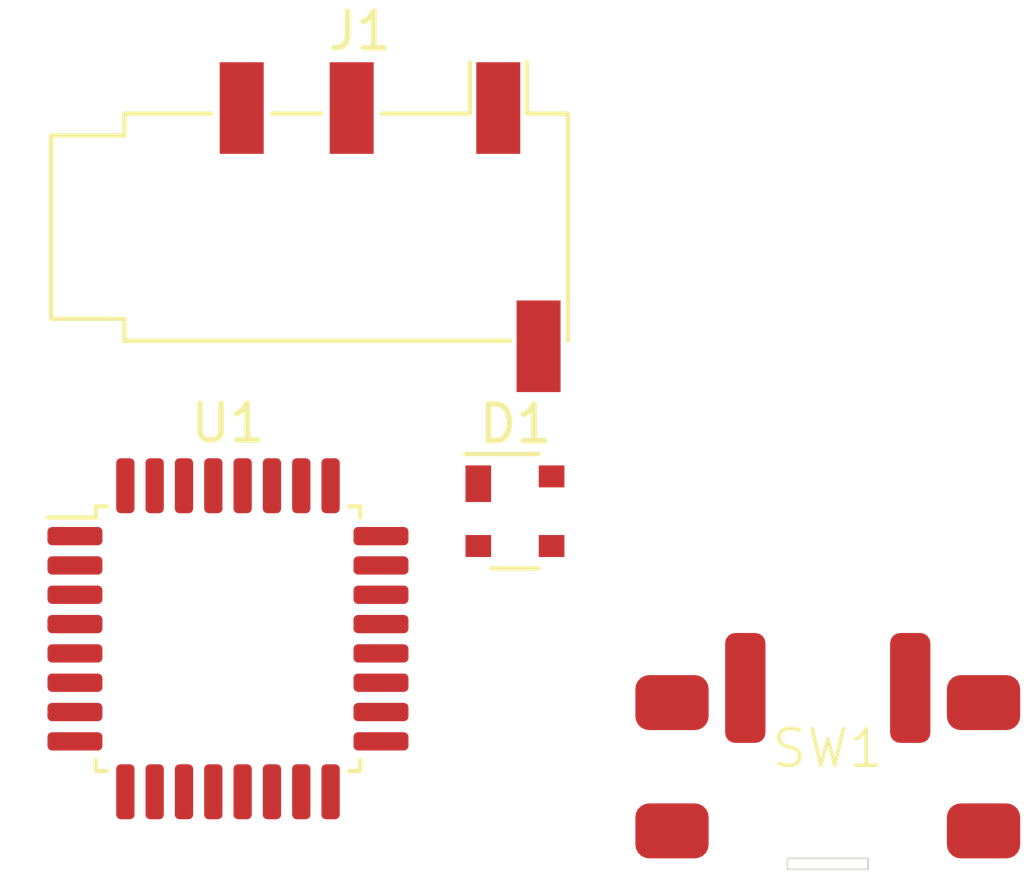
<source format=kicad_pcb>
(kicad_pcb (version 20221018) (generator pcbnew)
  (title_block (title "${Project}") (rev "${Version}") (company "${Author1}, ${Author2}") (comment 1 "${License}"))
  (layers (0 "F.Cu" signal) (31 "B.Cu" signal) (34 "B.Paste" user) (35 "F.Paste" user) (36 "B.SilkS" user "B.Silkscreen") (37 "F.SilkS" user "F.Silkscreen") (38 "B.Mask" user) (39 "F.Mask" user) (44 "Edge.Cuts" user))
  (property "Author1" "Onwrikbaar")
  (property "Author2" "Lea Calot")
  (property "License" "CERN-OHL-W-2.0 license ")
  (property "Project" "NeoDK")
  (property "Version" "1.0.1")
  (net 0 "")
  (net 1 "GND")
  (net 2 "/TXD_OUT")
  (net 3 "/RXD_IN")
  (net 4 "+3V3")
  (footprint "Package_QFP:LQFP-32_7x7mm_P0.8mm" (layer "F.Cu") (at 145.8814 108.5242)
    (fp_text reference "U1" (at 0 -5.88) (layer "F.SilkS"))
    (fp_text value "STM32G071KBTx")
    (fp_line (start -3.61 -3.61) (end -3.61 -3.31) (stroke (width 0.12)) (layer "F.SilkS"))
    (fp_line (start -3.61 -3.31) (end -4.925 -3.31) (stroke (width 0.12)) (layer "F.SilkS"))
    (fp_line (start -3.61 3.61) (end -3.61 3.31) (stroke (width 0.12)) (layer "F.SilkS"))
    (fp_line (start -3.31 -3.61) (end -3.61 -3.61) (stroke (width 0.12)) (layer "F.SilkS"))
    (fp_line (start -3.31 3.61) (end -3.61 3.61) (stroke (width 0.12)) (layer "F.SilkS"))
    (fp_line (start 3.31 -3.61) (end 3.61 -3.61) (stroke (width 0.12)) (layer "F.SilkS"))
    (fp_line (start 3.31 3.61) (end 3.61 3.61) (stroke (width 0.12)) (layer "F.SilkS"))
    (fp_line (start 3.61 -3.61) (end 3.61 -3.31) (stroke (width 0.12)) (layer "F.SilkS"))
    (fp_line (start 3.61 3.61) (end 3.61 3.31) (stroke (width 0.12)) (layer "F.SilkS"))
    (pad "1" smd roundrect (at -4.175 -2.8) (size 1.5 0.5) (layers "F.Cu" "F.Paste" "F.Mask"))
    (pad "2" smd roundrect (at -4.175 -2) (size 1.5 0.5) (layers "F.Cu" "F.Paste" "F.Mask"))
    (pad "3" smd roundrect (at -4.175 -1.2) (size 1.5 0.5) (layers "F.Cu" "F.Paste" "F.Mask"))
    (pad "4" smd roundrect (at -4.175 -0.4) (size 1.5 0.5) (layers "F.Cu" "F.Paste" "F.Mask"))
    (pad "5" smd roundrect (at -4.175 0.4) (size 1.5 0.5) (layers "F.Cu" "F.Paste" "F.Mask"))
    (pad "6" smd roundrect (at -4.175 1.2) (size 1.5 0.5) (layers "F.Cu" "F.Paste" "F.Mask"))
    (pad "7" smd roundrect (at -4.175 2) (size 1.5 0.5) (layers "F.Cu" "F.Paste" "F.Mask"))
    (pad "8" smd roundrect (at -4.175 2.8) (size 1.5 0.5) (layers "F.Cu" "F.Paste" "F.Mask"))
    (pad "9" smd roundrect (at -2.8 4.175) (size 0.5 1.5) (layers "F.Cu" "F.Paste" "F.Mask") (net 2 "/TXD_OUT"))
    (pad "10" smd roundrect (at -2 4.175) (size 0.5 1.5) (layers "F.Cu" "F.Paste" "F.Mask") (net 3 "/RXD_IN"))
    (pad "11" smd roundrect (at -1.2 4.175) (size 0.5 1.5) (layers "F.Cu" "F.Paste" "F.Mask"))
    (pad "12" smd roundrect (at -0.4 4.175) (size 0.5 1.5) (layers "F.Cu" "F.Paste" "F.Mask"))
    (pad "13" smd roundrect (at 0.4 4.175) (size 0.5 1.5) (layers "F.Cu" "F.Paste" "F.Mask"))
    (pad "14" smd roundrect (at 1.2 4.175) (size 0.5 1.5) (layers "F.Cu" "F.Paste" "F.Mask"))
    (pad "15" smd roundrect (at 2 4.175) (size 0.5 1.5) (layers "F.Cu" "F.Paste" "F.Mask"))
    (pad "16" smd roundrect (at 2.8 4.175) (size 0.5 1.5) (layers "F.Cu" "F.Paste" "F.Mask"))
    (pad "17" smd roundrect (at 4.175 2.8) (size 1.5 0.5) (layers "F.Cu" "F.Paste" "F.Mask"))
    (pad "18" smd roundrect (at 4.175 2) (size 1.5 0.5) (layers "F.Cu" "F.Paste" "F.Mask"))
    (pad "19" smd roundrect (at 4.175 1.2) (size 1.5 0.5) (layers "F.Cu" "F.Paste" "F.Mask"))
    (pad "20" smd roundrect (at 4.175 0.4) (size 1.5 0.5) (layers "F.Cu" "F.Paste" "F.Mask"))
    (pad "21" smd roundrect (at 4.175 -0.4) (size 1.5 0.5) (layers "F.Cu" "F.Paste" "F.Mask"))
    (pad "22" smd roundrect (at 4.175 -1.2) (size 1.5 0.5) (layers "F.Cu" "F.Paste" "F.Mask"))
    (pad "23" smd roundrect (at 4.175 -2) (size 1.5 0.5) (layers "F.Cu" "F.Paste" "F.Mask"))
    (pad "24" smd roundrect (at 4.175 -2.8) (size 1.5 0.5) (layers "F.Cu" "F.Paste" "F.Mask"))
    (pad "25" smd roundrect (at 2.8 -4.175) (size 0.5 1.5) (layers "F.Cu" "F.Paste" "F.Mask"))
    (pad "26" smd roundrect (at 2 -4.175) (size 0.5 1.5) (layers "F.Cu" "F.Paste" "F.Mask"))
    (pad "27" smd roundrect (at 1.2 -4.175) (size 0.5 1.5) (layers "F.Cu" "F.Paste" "F.Mask"))
    (pad "28" smd roundrect (at 0.4 -4.175) (size 0.5 1.5) (layers "F.Cu" "F.Paste" "F.Mask"))
    (pad "29" smd roundrect (at -0.4 -4.175) (size 0.5 1.5) (layers "F.Cu" "F.Paste" "F.Mask"))
    (pad "30" smd roundrect (at -1.2 -4.175) (size 0.5 1.5) (layers "F.Cu" "F.Paste" "F.Mask"))
    (pad "31" smd roundrect (at -2 -4.175) (size 0.5 1.5) (layers "F.Cu" "F.Paste" "F.Mask"))
    (pad "32" smd roundrect (at -2.8 -4.175) (size 0.5 1.5) (layers "F.Cu" "F.Paste" "F.Mask"))
  )
  (footprint "Package_TO_SOT_SMD:SOT-143" (layer "F.Cu") (at 153.7114 105.0442)
    (fp_text reference "D1" (at 0.02 -2.38) (layer "F.SilkS"))
    (fp_text value "PRTR5V0U2X")
    (fp_line (start -0.65 1.56) (end 0.65 1.56) (stroke (width 0.12)) (layer "F.SilkS"))
    (fp_line (start 0.65 -1.56) (end -1.35 -1.56) (stroke (width 0.12)) (layer "F.SilkS"))
    (pad "1" smd rect (at -1 -0.75) (size 0.7 1) (layers "F.Cu" "F.Paste" "F.Mask") (net 1 "GND"))
    (pad "2" smd rect (at -1 0.95) (size 0.7 0.6) (layers "F.Cu" "F.Paste" "F.Mask") (net 2 "/TXD_OUT"))
    (pad "3" smd rect (at 1 0.95) (size 0.7 0.6) (layers "F.Cu" "F.Paste" "F.Mask") (net 3 "/RXD_IN"))
    (pad "4" smd rect (at 1 -0.95) (size 0.7 0.6) (layers "F.Cu" "F.Paste" "F.Mask") (net 4 "+3V3"))
  )
  (footprint "Connector_Audio:Jack_3.5mm_PJ320D_Horizontal" (layer "F.Cu") (at 149.4314 97.2942)
    (fp_text reference "J1" (at 0.05 -5.35) (layer "F.SilkS"))
    (fp_text value "PJ320D")
    (fp_line (start -8.375 -2.5) (end -8.375 2.5) (stroke (width 0.12)) (layer "F.SilkS"))
    (fp_line (start -6.375 -3.1) (end -6.375 -2.5) (stroke (width 0.12)) (layer "F.SilkS"))
    (fp_line (start -6.375 -3.1) (end -4 -3.1) (stroke (width 0.12)) (layer "F.SilkS"))
    (fp_line (start -6.375 -2.5) (end -8.375 -2.5) (stroke (width 0.12)) (layer "F.SilkS"))
    (fp_line (start -6.375 2.5) (end -8.375 2.5) (stroke (width 0.12)) (layer "F.SilkS"))
    (fp_line (start -6.375 2.5) (end -6.375 3.1) (stroke (width 0.12)) (layer "F.SilkS"))
    (fp_line (start -2.35 -3.1) (end -1 -3.1) (stroke (width 0.12)) (layer "F.SilkS"))
    (fp_line (start 0.65 -3.1) (end 3.05 -3.1) (stroke (width 0.12)) (layer "F.SilkS"))
    (fp_line (start 3.05 -3.1) (end 3.05 -4.5) (stroke (width 0.12)) (layer "F.SilkS"))
    (fp_line (start 4.15 3.1) (end -6.375 3.1) (stroke (width 0.12)) (layer "F.SilkS"))
    (fp_line (start 4.6 -3.1) (end 4.6 -4.5) (stroke (width 0.12)) (layer "F.SilkS"))
    (fp_line (start 4.6 -3.1) (end 5.725 -3.1) (stroke (width 0.12)) (layer "F.SilkS"))
    (fp_line (start 5.725 3.1) (end 5.725 -3.1) (stroke (width 0.12)) (layer "F.SilkS"))
    (pad "" np_thru_hole circle (at -4.775 0) (size 1.5 1.5) (drill 1.5) (layers "*.Cu" "*.Mask"))
    (pad "" np_thru_hole circle (at 2.225 0) (size 1.5 1.5) (drill 1.5) (layers "*.Cu" "*.Mask"))
    (pad "R1" smd rect (at -0.175 -3.25) (size 1.2 2.5) (layers "F.Cu" "F.Paste" "F.Mask"))
    (pad "R2" smd rect (at -3.175 -3.25) (size 1.2 2.5) (layers "F.Cu" "F.Paste" "F.Mask"))
    (pad "S" smd rect (at 4.925 3.25) (size 1.2 2.5) (layers "F.Cu" "F.Paste" "F.Mask"))
    (pad "T" smd rect (at 3.825 -3.25) (size 1.2 2.5) (layers "F.Cu" "F.Paste" "F.Mask") (net 3 "/RXD_IN"))
  )
  (footprint "footprints:TS-1045AD" (layer "F.Cu") (at 162.247 112.0166)
    (fp_text reference "SW1" (at 0 -0.5 unlocked) (layer "F.SilkS") (effects (font (thickness 0.1))))
    (fp_text value "~")
    (fp_rect (start -1.1 2.5) (end 1.1 2.8) (stroke (width 0.05)) (fill none) (layer "Edge.Cuts"))
    (pad "1" smd roundrect (at -2.25 -2.15) (size 1.1 3) (layers "F.Cu" "F.Paste" "F.Mask"))
    (pad "2" smd roundrect (at 2.25 -2.15) (size 1.1 3) (layers "F.Cu" "F.Paste" "F.Mask"))
    (pad "3" smd roundrect (at -4.25 -1.75) (size 2 1.5) (layers "F.Cu" "F.Paste" "F.Mask") (net 1 "GND"))
    (pad "4" smd roundrect (at -4.25 1.75) (size 2 1.5) (layers "F.Cu" "F.Paste" "F.Mask") (net 1 "GND"))
    (pad "5" smd roundrect (at 4.25 1.75) (size 2 1.5) (layers "F.Cu" "F.Paste" "F.Mask") (net 1 "GND"))
    (pad "6" smd roundrect (at 4.25 -1.75) (size 2 1.5) (layers "F.Cu" "F.Paste" "F.Mask") (net 1 "GND"))
  )
)
</source>
